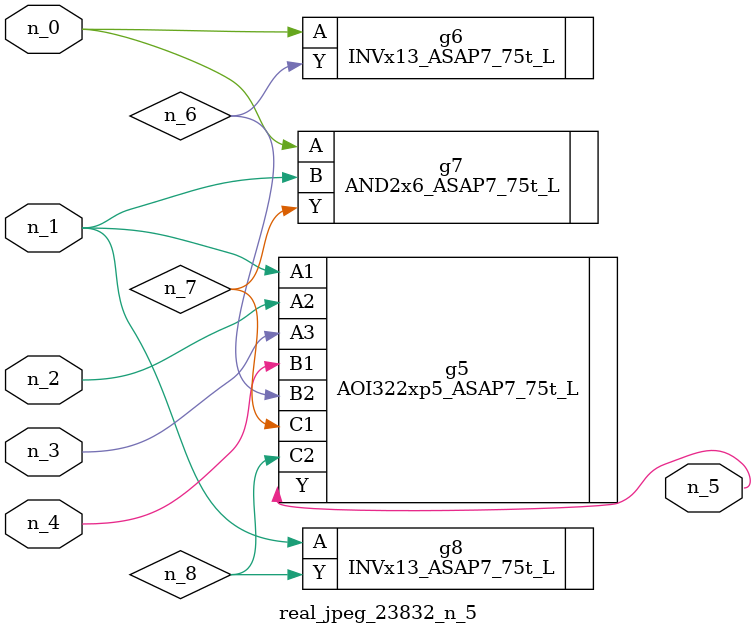
<source format=v>
module real_jpeg_23832_n_5 (n_4, n_0, n_1, n_2, n_3, n_5);

input n_4;
input n_0;
input n_1;
input n_2;
input n_3;

output n_5;

wire n_8;
wire n_6;
wire n_7;

INVx13_ASAP7_75t_L g6 ( 
.A(n_0),
.Y(n_6)
);

AND2x6_ASAP7_75t_L g7 ( 
.A(n_0),
.B(n_1),
.Y(n_7)
);

AOI322xp5_ASAP7_75t_L g5 ( 
.A1(n_1),
.A2(n_2),
.A3(n_3),
.B1(n_4),
.B2(n_6),
.C1(n_7),
.C2(n_8),
.Y(n_5)
);

INVx13_ASAP7_75t_L g8 ( 
.A(n_1),
.Y(n_8)
);


endmodule
</source>
